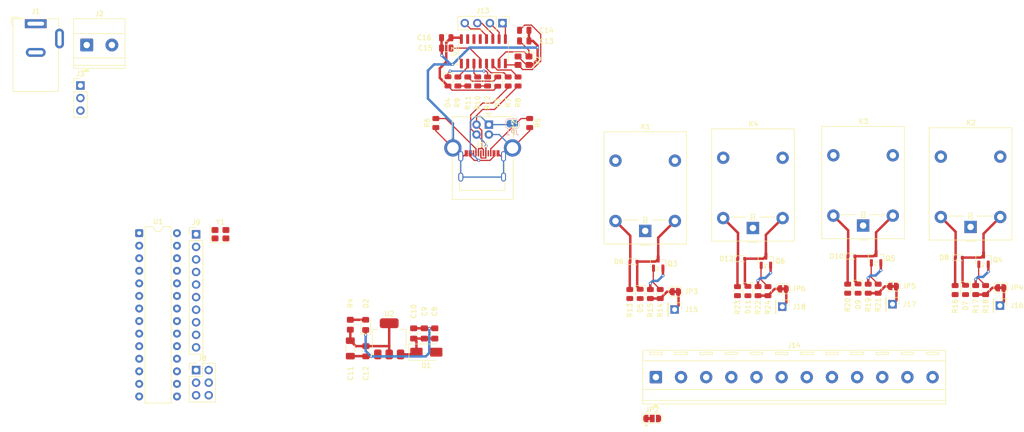
<source format=kicad_pcb>
(kicad_pcb (version 20241229) (generator "pcbnew") (generator_version "9.0")
  (layers (0 "F.Cu" signal) (2 "B.Cu" signal) (13 "F.Paste" user) (15 "B.Paste" user) (5 "F.SilkS" user "F.Silkscreen") (7 "B.SilkS" user "B.Silkscreen") (1 "F.Mask" user) (3 "B.Mask" user) (25 "Edge.Cuts" user))
  (net 0 "")
  (net 1 "Aref")
  (net 2 "13")
  (net 3 "9")
  (net 4 "10")
  (net 5 "8")
  (net 6 "GND")
  (net 7 "A4")
  (net 8 "12")
  (net 9 "A5")
  (net 10 "11")
  (net 11 "+5V")
  (net 12 "Reset")
  (net 13 "3")
  (net 14 "xtal2")
  (net 15 "A3")
  (net 16 "4")
  (net 17 "TX")
  (net 18 "2")
  (net 19 "7")
  (net 20 "xtal1")
  (net 21 "RX")
  (net 22 "A0")
  (net 23 "6")
  (net 24 "5")
  (net 25 "A1")
  (net 26 "A2")
  (net 27 "Net-(D2-A)")
  (net 28 "Net-(D1002-K)")
  (net 29 "Net-(D1001-K)")
  (net 30 "/Vcc")
  (net 31 "+12V")
  (net 32 "/Regulador de Tensao/5V")
  (net 33 "/Regulador de Tensao/Vin")
  (net 34 "Vusb")
  (net 35 "/CH340/DTR")
  (net 36 "Net-(U3-XI)")
  (net 37 "Net-(U3-XO)")
  (net 38 "Net-(U3-V3)")
  (net 39 "Net-(D3-K)")
  (net 40 "Net-(D4-K)")
  (net 41 "Net-(J12-D-)")
  (net 42 "Net-(J12-D+)")
  (net 43 "Net-(J12-VBUS)")
  (net 45 "Net-(J11-CC2)")
  (net 47 "Net-(J11-CC1)")
  (net 48 "Net-(J13-Pin_3)")
  (net 49 "Net-(J13-Pin_1)")
  (net 50 "Net-(J13-Pin_4)")
  (net 51 "Net-(J13-Pin_2)")
  (net 52 "Net-(U3-UD+)")
  (net 53 "Net-(U3-UD-)")
  (net 54 "Net-(U3-TXD)")
  (net 55 "Net-(U3-RXD)")
  (net 58 "RX1")
  (net 59 "/GND")
  (net 60 "/12V")
  (net 61 "/INPUT")
  (net 62 "Net-(JP1001-B)")
  (net 63 "Net-(Q1001-B)")
  (net 64 "Net-(D1001-A)")
  (net 65 "/COM")
  (net 66 "/NA")
  (net 67 "/NF")
  (net 68 "/Reles/Rele 1/12V")
  (net 69 "/Reles/Rele 3/NF")
  (net 70 "/Reles/Rele 2/NA")
  (net 71 "/Reles/Rele 4/NF")
  (net 72 "/Reles/Rele 2/NF")
  (net 73 "/Reles/Rele 4/NA")
  (net 74 "/Reles/Rele 3/NA")
  (net 75 "/Reles/Rele 2/COM")
  (net 76 "/Reles/Rele 1/NF")
  (net 77 "/Reles/Rele 1/NA")
  (net 78 "/Reles/Rele 1/COM")
  (net 79 "/Reles/Rele 3/COM")
  (net 80 "/Reles/Rele 4/COM")
  (net 81 "/Reles/5V")
  (net 82 "/Reles/12V")
  (footprint "Capacitor_SMD:C_0805_2012Metric" (layer "F.Cu") (at 151.4225 29.3225)
    (property "Reference" "C14")
    (property "Value" "22pF")
  )
  (footprint "Resistor_SMD:R_0805_2012Metric" (layer "F.Cu") (at 140.0225 39.6725 90)
    (property "Reference" "R11")
    (property "Value" "1k")
  )
  (footprint "Resistor_SMD:R_0805_2012Metric" (layer "F.Cu") (at 144.0225 39.6725 90)
    (property "Reference" "R12")
    (property "Value" "1k")
  )
  (footprint "Diode_SMD:D_SOD-523" (layer "F.Cu") (at 173.485 76.0775)
    (property "Reference" "D6")
    (property "Value" "1N4148WT")
  )
  (footprint "Connector_BarrelJack:BarrelJack_Wuerth_6941xx301002" (layer "F.Cu") (at 52.78 27.99)
    (property "Reference" "J1")
    (property "Value" "Barrel_Jack_Switch")
  )
  (footprint "Connector_PinHeader_2.54mm:PinHeader_2x03_P2.54mm_Vertical" (layer "F.Cu") (at 85.16 98.02)
    (property "Reference" "J8")
    (property "Value" "ICSP")
  )
  (footprint "Resistor_SMD:R_0805_2012Metric" (layer "F.Cu") (at 198.635 82.0625 90)
    (property "Reference" "R22")
    (property "Value" "10k")
  )
  (footprint "Relay_THT:Relay_SPDT_Omron-G5LE-1" (layer "F.Cu") (at 197.6 69.3 180)
    (property "Reference" "K4")
    (property "Value" "G5LE-1")
  )
  (footprint "LED_SMD:LED_0805_2012Metric" (layer "F.Cu") (at 196.585 82.0425 -90)
    (property "Reference" "D11")
    (property "Value" "LED")
  )
  (footprint "Resistor_SMD:R_0805_2012Metric" (layer "F.Cu") (at 178.885 82.64 90)
    (property "Reference" "R14")
    (property "Value" "10k")
  )
  (footprint "Jumper:SolderJumper-2_P1.3mm_Bridged_RoundedPad1.0x1.5mm" (layer "F.Cu") (at 225.935 81.1 180)
    (property "Reference" "JP5")
    (property "Value" "~")
  )
  (footprint "Connector_USB:USB_C_Receptacle_G-Switch_GT-USB-7010ASV" (layer "F.Cu") (at 142.9225 57.9225)
    (property "Reference" "J11")
    (property "Value" "USB_C_Receptacle_USB2.0")
  )
  (footprint "TerminalBlock_RND:TerminalBlock_RND_205-00297_1x12_P5.08mm_Horizontal" (layer "F.Cu") (at 178.0025 99.445)
    (property "Reference" "J14")
    (property "Value" "Screw_Terminal_01x12")
  )
  (footprint "Resistor_SMD:R_0805_2012Metric" (layer "F.Cu") (at 152.5225 48.0725 -90)
    (property "Reference" "R5")
    (property "Value" "5k1")
  )
  (footprint "Connector_USB:USB_B_OST_USB-B1HSxx_Horizontal" (layer "F.Cu") (at 144.285 48.395 -90)
    (property "Reference" "J12")
    (property "Value" "USB_B")
  )
  (footprint "Jumper:SolderJumper-2_P1.3mm_Bridged_RoundedPad1.0x1.5mm" (layer "F.Cu") (at 247.635 81.3775 180)
    (property "Reference" "JP4")
    (property "Value" "~")
  )
  (footprint "Diode_SMD:D_0805_2012Metric" (layer "F.Cu") (at 146.0725 39.6925 -90)
    (property "Reference" "D3")
    (property "Value" "LED_TX")
  )
  (footprint "Connector_PinHeader_2.54mm:PinHeader_1x04_P2.54mm_Vertical" (layer "F.Cu") (at 147.0325 27.8725 -90)
    (property "Reference" "J13")
    (property "Value" "Conn_01x04")
  )
  (footprint "Resistor_SMD:R_0805_2012Metric" (layer "F.Cu") (at 172.735 82.64 -90)
    (property "Reference" "R13")
    (property "Value" "1k")
  )
  (footprint "Diode_SMD:D_0805_2012Metric" (layer "F.Cu") (at 136.0225 39.6525 -90)
    (property "Reference" "D4")
    (property "Value" "LED_RX")
  )
  (footprint "Package_TO_SOT_SMD:SOT-23" (layer "F.Cu") (at 178.4725 76.4775 90)
    (property "Reference" "Q3")
    (property "Value" "SS8050")
  )
  (footprint "Resistor_SMD:R_0805_2012Metric" (layer "F.Cu") (at 150.1725 39.6725 90)
    (property "Reference" "R8")
    (property "Value" "51")
  )
  (footprint "Resistor_SMD:R_0805_2012Metric" (layer "F.Cu") (at 148.1725 39.6725 90)
    (property "Reference" "R7")
    (property "Value" "51")
  )
  (footprint "Crystal:Crystal_SMD_Abracon_ABM8G-4Pin_3.2x2.5mm" (layer "F.Cu") (at 90.08 70.55)
    (property "Reference" "Y1")
    (property "Value" "16MHz")
  )
  (footprint "Jumper:SolderJumper-2_P1.3mm_Bridged_RoundedPad1.0x1.5mm" (layer "F.Cu") (at 181.935 82.1775 180)
    (property "Reference" "JP3")
    (property "Value" "~")
  )
  (footprint "Relay_THT:Relay_SPDT_Omron-G5LE-1" (layer "F.Cu") (at 175.85 69.8775 180)
    (property "Reference" "K1")
    (property "Value" "G5LE-1")
  )
  (footprint "Diode_SMD:D_SOD-523" (layer "F.Cu") (at 195.235 75.5)
    (property "Reference" "D12")
    (property "Value" "1N4148WT")
  )
  (footprint "Resistor_SMD:R_0805_2012Metric" (layer "F.Cu") (at 176.885 82.64 90)
    (property "Reference" "R15")
    (property "Value" "10k")
  )
  (footprint "Package_DIP:DIP-28_W7.62mm" (layer "F.Cu") (at 73.67 70.33)
    (property "Reference" "U1")
    (property "Value" "ATmega328P-P")
  )
  (footprint "Resistor_SMD:R_0805_2012Metric" (layer "F.Cu") (at 194.485 82.0625 -90)
    (property "Reference" "R23")
    (property "Value" "1k")
  )
  (footprint "Package_TO_SOT_SMD:SOT-23" (layer "F.Cu") (at 244.1725 75.6775 90)
    (property "Reference" "Q4")
    (property "Value" "SS8050")
  )
  (footprint "LED_SMD:LED_0805_2012Metric" (layer "F.Cu") (at 174.835 82.62 -90)
    (property "Reference" "D5")
    (property "Value" "LED")
  )
  (footprint "Capacitor_SMD:C_1206_3216Metric_Pad1.33x1.80mm_HandSolder" (layer "F.Cu") (at 116.3 93.6375 -90)
    (property "Reference" "C11")
    (property "Value" "100u 6.3v" (hide yes))
  )
  (footprint "Resistor_SMD:R_0805_2012Metric" (layer "F.Cu") (at 133.5725 48.0725 -90)
    (property "Reference" "R6")
    (property "Value" "5k1")
  )
  (footprint "Connector_PinHeader_2.54mm:PinHeader_1x01_P2.54mm_Vertical" (layer "F.Cu") (at 247.485 84.9775 -90)
    (property "Reference" "J16")
    (property "Value" "Conn_01x01")
  )
  (footprint "Resistor_SMD:R_0805_2012Metric" (layer "F.Cu") (at 242.585 81.84 90)
    (property "Reference" "R17")
    (property "Value" "10k")
  )
  (footprint "Capacitor_SMD:C_0805_2012Metric_Pad1.18x1.45mm_HandSolder" (layer "F.Cu") (at 129.1 90.6125 90)
    (property "Reference" "C10")
    (property "Value" "10u 50v" (hide yes))
  )
  (footprint "Connector_PinHeader_2.54mm:PinHeader_1x01_P2.54mm_Vertical" (layer "F.Cu") (at 181.785 85.7775 -90)
    (property "Reference" "J15")
    (property "Value" "Conn_01x01")
  )
  (footprint "Crystal:Crystal_SMD_Abracon_ABM8G-4Pin_3.2x2.5mm" (layer "F.Cu") (at 151.2725 35.4725 180)
    (property "Reference" "Y2")
    (property "Value" "12Mhz")
  )
  (footprint "Connector_PinHeader_2.54mm:PinHeader_1x03_P2.54mm_Vertical" (layer "F.Cu") (at 61.8 40.48)
    (property "Reference" "J3")
    (property "Value" "Conn_01x03")
  )
  (footprint "Connector_PinHeader_2.54mm:PinHeader_1x01_P2.54mm_Vertical" (layer "F.Cu") (at 203.535 85.2 -90)
    (property "Reference" "J18")
    (property "Value" "Conn_01x01")
  )
  (footprint "Package_TO_SOT_SMD:SOT-23" (layer "F.Cu") (at 222.4725 75.4 90)
    (property "Reference" "Q5")
    (property "Value" "SS8050")
  )
  (footprint "Resistor_SMD:R_0805_2012Metric" (layer "F.Cu") (at 220.885 81.5625 90)
    (property "Reference" "R19")
    (property "Value" "10k")
  )
  (footprint "Capacitor_SMD:C_0805_2012Metric" (layer "F.Cu") (at 135.6725 30.8225 180)
    (property "Reference" "C16")
    (property "Value" "100nF")
  )
  (footprint "Capacitor_SMD:C_0805_2012Metric" (layer "F.Cu") (at 135.6725 32.9225 180)
    (property "Reference" "C15")
    (property "Value" "100nF")
  )
  (footprint "Resistor_SMD:R_0805_2012Metric_Pad1.20x1.40mm_HandSolder" (layer "F.Cu") (at 116.3 88.85 -90)
    (property "Reference" "R4")
    (property "Value" "1k" (hide yes))
  )
  (footprint "Resistor_SMD:R_0805_2012Metric" (layer "F.Cu") (at 238.435 81.84 -90)
    (property "Reference" "R16")
    (property "Value" "1k")
  )
  (footprint "Diode_SMD:D_SOD-523" (layer "F.Cu") (at 217.485 75)
    (property "Reference" "D10")
    (property "Value" "1N4148WT")
  )
  (footprint "Jumper:SolderJumper-3_P1.3mm_Bridged12_RoundedPad1.0x1.5mm" (layer "F.Cu") (at 177.2625 107.805)
    (property "Reference" "JP2")
    (property "Value" "SolderJumper_3_Bridged12")
  )
  (footprint "Package_SO:SOIC-16_3.9x9.9mm_P1.27mm" (layer "F.Cu") (at 143.1725 33.5725 90)
    (property "Reference" "U3")
    (property "Value" "CH340G")
  )
  (footprint "LED_SMD:LED_0805_2012Metric_Pad1.15x1.40mm_HandSolder" (layer "F.Cu") (at 119.4 88.875 90)
    (property "Reference" "D2")
    (property "Value" "LED" (hide yes))
  )
  (footprint "Capacitor_SMD:C_0805_2012Metric_Pad1.18x1.45mm_HandSolder" (layer "F.Cu") (at 131.25 90.6125 90)
    (property "Reference" "C9")
    (property "Value" "10u 50v" (hide yes))
  )
  (footprint "LED_SMD:LED_0805_2012Metric" (layer "F.Cu") (at 218.835 81.5425 -90)
    (property "Reference" "D9")
    (property "Value" "LED")
  )
  (footprint "Package_TO_SOT_SMD:SOT-23" (layer "F.Cu") (at 200.2225 75.9 90)
    (property "Reference" "Q6")
    (property "Value" "SS8050")
  )
  (footprint "Connector_PinHeader_2.54mm:PinHeader_1x01_P2.54mm_Vertical" (layer "F.Cu") (at 225.785 84.7 -90)
    (property "Reference" "J17")
    (property "Value" "Conn_01x01")
  )
  (footprint "Resistor_SMD:R_0805_2012Metric" (layer "F.Cu") (at 222.885 81.5625 90)
    (property "Reference" "R21")
    (property "Value" "10k")
  )
  (footprint "Capacitor_SMD:C_0805_2012Metric" (layer "F.Cu") (at 151.4225 31.4725)
    (property "Reference" "C13")
    (property "Value" "22pF")
  )
  (footprint "Relay_THT:Relay_SPDT_Omron-G5LE-1" (layer "F.Cu") (at 219.85 68.8 180)
    (property "Reference" "K3")
    (property "Value" "G5LE-1")
  )
  (footprint "Jumper:SolderJumper-2_P1.3mm_Bridged_RoundedPad1.0x1.5mm" (layer "F.Cu") (at 203.685 81.6 180)
    (property "Reference" "JP6")
    (property "Value" "~")
  )
  (footprint "Resistor_SMD:R_0805_2012Metric" (layer "F.Cu") (at 138.0225 39.6725 -90)
    (property "Reference" "R9")
    (property "Value" "1k")
  )
  (footprint "Diode_SMD:D_SMA" (layer "F.Cu") (at 131.65 94.4)
    (property "Reference" "D1")
    (property "Value" "1N4007" (hide yes))
  )
  (footprint "Resistor_SMD:R_0805_2012Metric" (layer "F.Cu") (at 142.0225 39.6725 -90)
    (property "Reference" "R10")
    (property "Value" "1k")
  )
  (footprint "Resistor_SMD:R_0805_2012Metric" (layer "F.Cu") (at 216.735 81.5625 -90)
    (property "Reference" "R20")
    (property "Value" "1k")
  )
  (footprint "Package_TO_SOT_SMD:SOT-223-3_TabPin2" (layer "F.Cu") (at 124.15 91.7 90)
    (property "Reference" "U2")
    (property "Value" "AMS1117-5.0" (hide yes))
  )
  (footprint "Capacitor_SMD:C_0805_2012Metric_Pad1.18x1.45mm_HandSolder" (layer "F.Cu") (at 119.45 94.2125 -90)
    (property "Reference" "C12")
    (property "Value" "100n" (hide yes))
  )
  (footprint "Connector_PinHeader_2.54mm:PinHeader_1x10_P2.54mm_Vertical" (layer "F.Cu") (at 85.16 70.57)
    (property "Reference" "J9")
    (property "Value" "Digital")
  )
  (footprint "Resistor_SMD:R_0805_2012Metric" (layer "F.Cu") (at 244.585 81.84 90)
    (property "Reference" "R18")
    (property "Value" "10k")
  )
  (footprint "Relay_THT:Relay_SPDT_Omron-G5LE-1" (layer "F.Cu") (at 241.55 69.0775 180)
    (property "Reference" "K2")
    (property "Value" "G5LE-1")
  )
  (footprint "Capacitor_SMD:C_0805_2012Metric_Pad1.18x1.45mm_HandSolder" (layer "F.Cu") (at 133.35 90.6125 90)
    (property "Reference" "C8")
    (property "Value" "100n" (hide yes))
  )
  (footprint "TerminalBlock_Phoenix:TerminalBlock_Phoenix_MKDS-1,5-2-5.08_1x02_P5.08mm_Horizontal" (layer "F.Cu") (at 63.07 32.3)
    (property "Reference" "J2")
    (property "Value" "Vcc")
  )
  (footprint "Diode_SMD:D_SOD-523" (layer "F.Cu") (at 239.185 75.2775)
    (property "Reference" "D8")
    (property "Value" "1N4148WT")
  )
  (footprint "Resistor_SMD:R_0805_2012Metric" (layer "F.Cu") (at 200.635 82.0625 90)
    (property "Reference" "R24")
    (property "Value" "10k")
  )
  (footprint "LED_SMD:LED_0805_2012Metric" (layer "F.Cu") (at 240.535 81.82 -90)
    (property "Reference" "D7")
    (property "Value" "LED")
  )
  (footprint "Jumper:SolderJumper-2_P1.3mm_Bridged2Bar_RoundedPad1.0x1.5mm" (layer "B.Cu") (at 149.0225 48.2225)
    (property "Reference" "JP1")
    (property "Value" "Vusb")
  )
  (segment (start 154.1225 32.8225) (end 154.1225 35.2725) (width 0.5) (layer "F.Cu") (net 6))
  (segment (start 150.1725 34.6225) (end 151.8725 36.3225) (width 0.25) (layer "F.Cu") (net 6))
  (segment (start 153.0725 36.3225) (end 152.3725 36.3225) (width 0.5) (layer "F.Cu") (net 6))
  (segment (start 120.5 95.25) (end 121.45 95.25) (width 0.5) (layer "F.Cu") (net 6))
  (segment (start 146.7225 54.7975) (end 146.1225 54.1975) (width 0.25) (layer "F.Cu") (net 6))
  (segment (start 149.055 53.105) (end 152.5225 49.6375) (width 0.25) (layer "F.Cu") (net 6))
  (segment (start 119.4 89.9) (end 119.4 90.95) (width 0.5) (layer "F.Cu") (net 6))
  (segment (start 132.25 89.6) (end 131.275 89.6) (width 0.5) (layer "F.Cu") (net 6))
  (segment (start 131.25 89.575) (end 133.35 89.575) (width 0.5) (layer "F.Cu") (net 6))
  (segment (start 134.7225 32.9225) (end 134.7225 30.8225) (width 0.5) (layer "F.Cu") (net 6))
  (segment (start 154.1225 32.8225) (end 154.1225 32.4225) (width 0.5) (layer "F.Cu") (net 6))
  (segment (start 154.1225 32.4225) (end 153.1725 31.4725) (width 0.5) (layer "F.Cu") (net 6))
  (segment (start 137.015 53.105) (end 133.5725 49.6625) (width 0.25) (layer "F.Cu") (net 6))
  (segment (start 131.275 89.6) (end 131.25 89.575) (width 0.5) (layer "F.Cu") (net 6))
  (segment (start 154.1225 35.2725) (end 153.0725 36.3225) (width 0.5) (layer "F.Cu") (net 6))
  (segment (start 152.3725 31.4725) (end 152.3725 29.3225) (width 0.5) (layer "F.Cu") (net 6))
  (segment (start 139.1225 54.7975) (end 139.7225 54.1975) (width 0.25) (layer "F.Cu") (net 6))
  (segment (start 151.8725 36.3225) (end 152.3725 36.3225) (width 0.25) (layer "F.Cu") (net 6))
  (segment (start 133.5725 49.6625) (end 133.5725 48.985) (width 0.25) (layer "F.Cu") (net 6))
  (segment (start 152.5225 49.6375) (end 152.5225 48.985) (width 0.25) (layer "F.Cu") (net 6))
  (segment (start 119.4 95.2) (end 119.45 95.25) (width 0.5) (layer "F.Cu") (net 6))
  (segment (start 121.45 95.25) (end 121.85 94.85) (width 0.5) (layer "F.Cu") (net 6))
  (segment (start 129.1 89.575) (end 131.25 89.575) (width 0.5) (layer "F.Cu") (net 6))
  (segment (start 138.6025 54.7975) (end 139.1225 54.7975) (width 0.25) (layer "F.Cu") (net 6))
  (segment (start 153.1725 31.4725) (end 152.3725 31.4725) (width 0.5) (layer "F.Cu") (net 6))
  (segment (start 119.45 95.25) (end 120.5 95.25) (width 0.5) (layer "F.Cu") (net 6))
  (segment (start 134.7725 32.9725) (end 134.7225 32.9225) (width 0.5) (layer "F.Cu") (net 6))
  (segment (start 134.7725 34.4225) (end 134.7725 32.9725) (width 0.5) (layer "F.Cu") (net 6))
  (segment (start 116.3 95.2) (end 119.4 95.2) (width 0.5) (layer "F.Cu") (net 6))
  (segment (start 147.2425 54.7975) (end 146.7225 54.7975) (width 0.25) (layer "F.Cu") (net 6))
  (via (at 120.5 95.25) (size 0.6) (drill 0.3) (layers "F.Cu" "B.Cu") (net 6))
  (via (at 134.7725 34.4225) (size 0.6) (drill 0.3) (layers "F.Cu" "B.Cu") (net 6))
  (via (at 136.9725 36.2225) (size 0.6) (drill 0.3) (layers "F.Cu" "B.Cu") (net 6))
  (via (at 132.25 89.6) (size 0.6) (drill 0.3) (layers "F.Cu" "B.Cu") (net 6))
  (via (at 154.1225 32.8225) (size 0.6) (drill 0.3) (layers "F.Cu" "B.Cu") (net 6))
  (via (at 119.4 90.95) (size 0.6) (drill 0.3) (layers "F.Cu" "B.Cu") (net 6))
  (segment (start 131.9725 43.1225) (end 131.9725 37.4725) (width 0.5) (layer "B.Cu") (net 6))
  (segment (start 136.9725 36.2225) (end 140.3725 32.8225) (width 0.5) (layer "B.Cu") (net 6))
  (segment (start 133.2225 36.2225) (end 136.9725 36.2225) (width 0.5) (layer "B.Cu") (net 6))
  (segment (start 131.9725 37.4725) (end 133.2225 36.2225) (width 0.5) (layer "B.Cu") (net 6))
  (segment (start 147.2425 58.9975) (end 138.6025 58.9975) (width 0.25) (layer "B.Cu") (net 6))
  (segment (start 146.345 50.395) (end 144.285 50.395) (width 0.25) (layer "B.Cu") (net 6))
  (segment (start 120.5 95.25) (end 131.55 95.25) (width 0.5) (layer "B.Cu") (net 6))
  (segment (start 119.4 94.15) (end 120.5 95.25) (width 0.5) (layer "B.Cu") (net 6))
  (segment (start 132.2 94.6) (end 132.25 94.55) (width 0.5) (layer "B.Cu") (net 6))
  (segment (start 138.6025 54.7975) (end 138.6025 54.6925) (width 0.25) (layer "B.Cu") (net 6))
  (segment (start 132.25 94.55) (end 132.25 89.6) (width 0.5) (layer "B.Cu") (net 6))
  (segment (start 131.55 95.25) (end 132.2 94.6) (width 0.5) (layer "B.Cu") (net 6))
  (segment (start 138.6025 54.6925) (end 137.015 53.105) (width 0.25) (layer "B.Cu") (net 6))
  (segment (start 140.3725 32.8225) (end 154.1225 32.8225) (width 0.5) (layer "B.Cu") (net 6))
  (segment (start 138.6025 58.9975) (end 138.6025 54.7975) (width 0.25) (layer "B.Cu") (net 6))
  (segment (start 149.055 53.105) (end 146.345 50.395) (width 0.25) (layer "B.Cu") (net 6))
  (segment (start 137.015 48.165) (end 131.9725 43.1225) (width 0.5) (layer "B.Cu") (net 6))
  (segment (start 137.015 53.105) (end 137.015 48.165) (width 0.5) (layer "B.Cu") (net 6))
  (segment (start 136.9725 36.2225) (end 136.5725 36.2225) (width 0.5) (layer "B.Cu") (net 6))
  (segment (start 136.5725 36.2225) (end 134.7725 34.4225) (width 0.5) (layer "B.Cu") (net 6))
  (segment (start 119.4 90.95) (end 119.4 94.15) (width 0.5) (layer "B.Cu") (net 6))
  (segment (start 147.2425 54.7975) (end 147.2425 58.9975) (width 0.25) (layer "B.Cu") (net 6))
  (segment (start 142.0225 40.585) (end 144.0225 40.585) (width 0.25) (layer "F.Cu") (net 17))
  (segment (start 116.3 87.85) (end 119.4 87.85) (width 0.5) (layer "F.Cu") (net 27))
  (segment (start 144.0225 37.875309) (end 144.0225 38.76) (width 0.25) (layer "F.Cu") (net 28))
  (segment (start 143.719691 37.5725) (end 144.0225 37.875309) (width 0.25) (layer "F.Cu") (net 28))
  (segment (start 136.0225 38.0225) (end 136.4725 37.5725) (width 0.25) (layer "F.Cu") (net 28))
  (segment (start 143.2725 37.5725) (end 143.719691 37.5725) (width 0.25) (layer "F.Cu") (net 28))
  (segment (start 136.0225 38.715) (end 136.0225 38.0225) (width 0.25) (layer "F.Cu") (net 28))
  (via (at 143.2725 37.5725) (size 0.6) (drill 0.3) (layers "F.Cu" "B.Cu") (net 28))
  (via (at 136.4725 37.5725) (size 0.6) (drill 0.3) (layers "F.Cu" "B.Cu") (net 28))
  (segment (start 136.4725 37.5725) (end 143.2725 37.5725) (width 0.25) (layer "B.Cu") (net 28))
  (segment (start 174.235 76.0775) (end 177.935 76.0775) (width 0.5) (layer "F.Cu") (net 29))
  (segment (start 244.1725 70.455) (end 247.55 67.0775) (width 0.5) (layer "F.Cu") (net 29))
  (segment (start 222.4725 74.4625) (end 222.4725 70.1775) (width 0.5) (layer "F.Cu") (net 29))
  (segment (start 200.2225 74.9625) (end 200.2225 70.6775) (width 0.5) (layer "F.Cu") (net 29))
  (segment (start 218.235 80.005) (end 218.235 75) (width 0.5) (layer "F.Cu") (net 29))
  (segment (start 221.935 75) (end 222.4725 74.4625) (width 0.5) (layer "F.Cu") (net 29))
  (segment (start 222.4725 70.1775) (end 225.85 66.8) (width 0.5) (layer "F.Cu") (net 29))
  (segment (start 195.985 80.505) (end 195.985 75.5) (width 0.5) (layer "F.Cu") (net 29))
  (segment (start 239.935 75.2775) (end 243.635 75.2775) (width 0.5) (layer "F.Cu") (net 29))
  (segment (start 174.835 81.6825) (end 174.235 81.0825) (width 0.5) (layer "F.Cu") (net 29))
  (segment (start 200.2225 70.6775) (end 203.6 67.3) (width 0.5) (layer "F.Cu") (net 29))
  (segment (start 195.985 75.5) (end 199.685 75.5) (width 0.5) (layer "F.Cu") (net 29))
  (segment (start 145.229 39.5985) (end 140.861 39.5985) (width 0.25) (layer "F.Cu") (net 29))
  (segment (start 146.0725 38.755) (end 145.229 39.5985) (width 0.25) (layer "F.Cu") (net 29))
  (segment (start 218.835 80.605) (end 218.235 80.005) (width 0.5) (layer "F.Cu") (net 29))
  (segment (start 239.935 80.2825) (end 239.935 75.2775) (width 0.5) (layer "F.Cu") (net 29))
  (segment (start 199.685 75.5) (end 200.2225 74.9625) (width 0.5) (layer "F.Cu") (net 29))
  (segment (start 177.935 76.0775) (end 178.4725 75.54) (width 0.5) (layer "F.Cu") (net 29))
  (segment (start 243.635 75.2775) (end 244.1725 74.74) (width 0.5) (layer "F.Cu") (net 29))
  (segment (start 196.585 81.105) (end 195.985 80.505) (width 0.5) (layer "F.Cu") (net 29))
  (segment (start 218.235 75) (end 221.935 75) (width 0.5) (layer "F.Cu") (net 29))
  (segment (start 174.235 81.0825) (end 174.235 76.0775) (width 0.5) (layer "F.Cu") (net 29))
  (segment (start 244.1725 74.74) (end 244.1725 70.455) (width 0.5) (layer "F.Cu") (net 29))
  (segment (start 178.4725 75.54) (end 178.4725 71.255) (width 0.5) (layer "F.Cu") (net 29))
  (segment (start 140.861 39.5985) (end 140.0225 38.76) (width 0.25) (layer "F.Cu") (net 29))
  (segment (start 240.535 80.8825) (end 239.935 80.2825) (width 0.5) (layer "F.Cu") (net 29))
  (segment (start 178.4725 71.255) (end 181.85 67.8775) (width 0.5) (layer "F.Cu") (net 29))
  (segment (start 136.6225 30.8225) (end 138.4525 30.8225) (width 0.5) (layer "F.Cu") (net 30))
  (segment (start 134.3725 37.0225) (end 134.3725 38.94) (width 0.5) (layer "F.Cu") (net 30))
  (segment (start 138.4525 30.8225) (end 138.7275 31.0975) (width 0.5) (layer "F.Cu") (net 30))
  (segment (start 136.6225 30.8225) (end 135.6725 31.7725) (width 0.5) (layer "F.Cu") (net 30))
  (segment (start 145.279 41.4235) (end 146.0725 40.63) (width 0.25) (layer "F.Cu") (net 30))
  (segment (start 135.6725 31.7725) (end 135.6725 35.7225) (width 0.5) (layer "F.Cu") (net 30))
  (segment (start 136.856 41.4235) (end 145.279 41.4235) (width 0.25) (layer "F.Cu") (net 30))
  (segment (start 136.0225 40.59) (end 136.856 41.4235) (width 0.25) (layer "F.Cu") (net 30))
  (segment (start 135.6725 35.7225) (end 134.3725 37.0225) (width 0.5) (layer "F.Cu") (net 30))
  (segment (start 134.3725 38.94) (end 136.0225 40.59) (width 0.5) (layer "F.Cu") (net 30))
  (segment (start 129.65 92.2) (end 129.1 91.65) (width 0.5) (layer "F.Cu") (net 31))
  (segment (start 129.2 94.85) (end 129.65 94.4) (width 0.5) (layer "F.Cu") (net 31))
  (segment (start 131.25 91.65) (end 133.35 91.65) (width 0.5) (layer "F.Cu") (net 31))
  (segment (start 126.45 94.85) (end 129.2 94.85) (width 0.5) (layer "F.Cu") (net 31))
  (segment (start 129.1 91.65) (end 131.25 91.65) (width 0.5) (layer "F.Cu") (net 31))
  (segment (start 129.65 94.4) (end 129.65 92.2) (width 0.5) (layer "F.Cu") (net 31))
  (segment (start 124.15 93.2) (end 124.15 88.55) (width 0.5) (layer "F.Cu") (net 32))
  (segment (start 124.125 93.175) (end 124.15 93.2) (width 0.5) (layer "F.Cu") (net 32))
  (segment (start 119.45 93.175) (end 124.125 93.175) (width 0.5) (layer "F.Cu") (net 32))
  (segment (start 119.45 93.175) (end 117.4 93.175) (width 0.5) (layer "F.Cu") (net 32))
  (segment (start 124.15 94.85) (end 124.15 93.2) (width 0.5) (layer "F.Cu") (net 32))
  (segment (start 117.4 93.175) (end 116.3 92.075) (width 0.5) (layer "F.Cu") (net 32))
  (segment (start 116.3 92.075) (end 116.3 89.85) (width 0.5) (layer "F.Cu") (net 32))
  (segment (start 151.4465 33.6965) (end 147.723501 33.6965) (width 0.25) (layer "F.Cu") (net 36))
  (segment (start 152.3725 33.3725) (end 150.4725 31.4725) (width 0.25) (layer "F.Cu") (net 36))
  (segment (start 146.3475 35.072501) (end 146.3475 36.0475) (width 0.25) (layer "F.Cu") (net 36))
  (segment (start 152.3725 34.6225) (end 152.3725 33.3725) (width 0.25) (layer "F.Cu") (net 36))
  (segment (start 152.3725 34.6225) (end 151.4465 33.6965) (width 0.25) (layer "F.Cu") (net 36))
  (segment (start 147.723501 33.6965) (end 146.3475 35.072501) (width 0.25) (layer "F.Cu") (net 36))
  (segment (start 154.7485 30.151986) (end 154.7485 35.568014) (width 0.25) (layer "F.Cu") (net 37))
  (segment (start 151.5235 28.2715) (end 152.868014 28.2715) (width 0.25) (layer "F.Cu") (net 37))
  (segment (start 151.0985 37.2485) (end 150.1725 36.3225) (width 0.25) (layer "F.Cu") (net 37))
  (segment (start 150.4725 29.3225) (end 151.5235 28.2715) (width 0.25) (layer "F.Cu") (net 37))
  (segment (start 147.8925 36.3225) (end 147.6175 36.0475) (width 0.25) (layer "F.Cu") (net 37))
  (segment (start 153.068014 37.2485) (end 151.0985 37.2485) (width 0.25) (layer "F.Cu") (net 37))
  (segment (start 150.1725 36.3225) (end 147.8925 36.3225) (width 0.25) (layer "F.Cu") (net 37))
  (segment (start 152.868014 28.2715) (end 154.7485 30.151986) (width 0.25) (layer "F.Cu") (net 37))
  (segment (start 154.7485 35.568014) (end 153.068014 37.2485) (width 0.25) (layer "F.Cu") (net 37))
  (segment (start 142.5375 36.0475) (end 142.5375 35.072501) (width 0.25) (layer "F.Cu") (net 38))
  (segment (start 142.5375 35.072501) (end 140.387499 32.9225) (width 0.25) (layer "F.Cu") (net 38))
  (segment (start 140.387499 32.9225) (end 136.6225 32.9225) (width 0.25) (layer "F.Cu") (net 38))
  (segment (start 141.785 48.395) (end 141.785 46.56) (width 0.25) (layer "F.Cu") (net 41))
  (segment (start 145.435 45.3225) (end 150.1725 40.585) (width 0.25) (layer "F.Cu") (net 41))
  (segment (start 142.8485 53.0755) (end 142.8485 49.571) (width 0.25) (layer "F.Cu") (net 41))
  (segment (start 143.1725 53.4485) (end 143.1725 54.1975) (width 0.25) (layer "F.Cu") (net 41))
  (segment (start 142.1965 53.2515) (end 142.6725 53.2515) (width 0.25) (layer "F.Cu") (net 41))
  (segment (start 142.6725 53.2515) (end 142.8485 53.0755) (width 0.25) (layer "F.Cu") (net 41))
  (segment (start 141.785 46.56) (end 143.0225 45.3225) (width 0.25) (layer "F.Cu") (net 41))
  (segment (start 142.6725 53.2515) (end 142.9755 53.2515) (width 0.25) (layer "F.Cu") (net 41))
  (segment (start 143.0225 45.3225) (end 145.435 45.3225) (width 0.25) (layer "F.Cu") (net 41))
  (segment (start 150.01 40.585) (end 150.1725 40.585) (width 0.25) (layer "F.Cu") (net 41))
  (segment (start 142.8485 49.571) (end 141.6725 48.395) (width 0.25) (layer "F.Cu") (net 41))
  (segment (start 142.1725 54.1975) (end 142.1725 53.2755) (width 0.25) (layer "F.Cu") (net 41))
  (segment (start 142.9755 53.2515) (end 143.1725 53.4485) (width 0.25) (layer "F.Cu") (net 41))
  (segment (start 142.1725 53.2755) (end 142.1965 53.2515) (width 0.25) (layer "F.Cu") (net 41))
  (segment (start 148.1725 41.0725) (end 148.1725 40.585) (width 0.25) (layer "F.Cu") (net 42))
  (segment (start 140.609 49.219) (end 140.609 46.436) (width 0.25) (layer "F.Cu") (net 42))
  (segment (start 148.1725 40.9225) (end 148.1725 40.585) (width 0.25) (layer "F.Cu") (net 42))
  (segment (start 141.785 50.395) (end 140.609 49.219) (width 0.25) (layer "F.Cu") (net 42))
  (segment (start 143.0225 44.0225) (end 145.0725 44.0225) (width 0.25) (layer "F.Cu") (net 42))
  (segment (start 145.0725 44.0225) (end 148.1725 40.9225) (width 0.25) (layer "F.Cu") (net 42))
  (segment (start 143.6725 55.1225) (end 143.6515 55.1435) (width 0.25) (layer "F.Cu") (net 42))
  (segment (start 143.6515 55.1435) (end 142.7225 55.1435) (width 0.25) (layer "F.Cu") (net 42))
  (segment (start 142.6725 55.0935) (end 142.6725 54.1975) (width 0.25) (layer "F.Cu") (net 42))
  (segment (start 142.7225 55.1435) (end 142.6725 55.0935) (width 0.25) (layer "F.Cu") (net 42))
  (segment (start 143.7225 52.7225) (end 143.6725 52.7725) (width 0.25) (layer "F.Cu") (net 42))
  (segment (start 143.6725 52.7725) (end 143.6725 54.1975) (width 0.25) (layer "F.Cu") (net 42))
  (segment (start 143.6725 54.1975) (end 143.6725 55.1225) (width 0.25) (layer "F.Cu") (net 42))
  (segment (start 140.609 46.436) (end 143.0225 44.0225) (width 0.25) (layer "F.Cu") (net 42))
  (via (at 143.7225 52.7225) (size 0.6) (drill 0.3) (layers "F.Cu" "B.Cu") (net 42))
  (segment (start 141.785 50.395) (end 143.7225 52.3325) (width 0.25) (layer "B.Cu") (net 42))
  (segment (start 143.7225 52.3325) (end 143.7225 52.7225) (width 0.25) (layer "B.Cu") (net 42))
  (segment (start 140.5225 54.1975) (end 140.5225 54.816136) (width 0.25) (layer "F.Cu") (net 43))
  (segment (start 142.3725 55.6225) (end 142.2725 55.6225) (width 0.25) (layer "F.Cu") (net 43))
  (segment (start 140.5225 54.816136) (end 141.328864 55.6225) (width 0.25) (layer "F.Cu") (net 43))
  (segment (start 145.3225 54.816136) (end 145.3225 54.1975) (width 0.25) (layer "F.Cu") (net 43))
  (segment (start 144.516136 55.6225) (end 145.3225 54.816136) (width 0.25) (layer "F.Cu") (net 43))
  (segment (start 141.328864 55.6225) (end 142.3725 55.6225) (width 0.25) (layer "F.Cu") (net 43))
  (segment (start 142.3725 55.6225) (end 144.516136 55.6225) (width 0.25) (layer "F.Cu") (net 43))
  (via (at 142.2225 55.6225) (size 0.6) (drill 0.3) (layers "F.Cu" "B.Cu") (net 43))
  (segment (start 142.2225 55.6225) (end 140.5225 53.9225) (width 0.25) (layer "B.Cu") (net 43))
  (segment (start 142.6625 46.7725) (end 144.285 48.395) (width 0.25) (layer "B.Cu") (net 43))
  (segment (start 140.5225 47.7725) (end 141.5225 46.7725) (width 0.25) (layer "B.Cu") (net 43))
  (segment (start 144.285 48.395) (end 148.2 48.395) (width 0.25) (layer "B.Cu") (net 43))
  (segment (start 141.5225 46.7725) (end 142.6625 46.7725) (width 0.25) (layer "B.Cu") (net 43))
  (segment (start 148.2 48.395) (end 148.3725 48.2225) (width 0.25) (layer "B.Cu") (net 43))
  (segment (start 140.5225 53.9225) (end 140.5225 47.7725) (width 0.25) (layer "B.Cu") (net 43))
  (segment (start 148.3725 48.2225) (end 148.511466 48.2225) (width 0.25) (layer "B.Cu") (net 43))
  (segment (start 150.788 47.16) (end 144.6725 53.2755) (width 0.25) (layer "F.Cu") (net 45))
  (segment (start 144.6725 53.2755) (end 144.6725 54.1975) (width 0.25) (layer "F.Cu") (net 45))
  (segment (start 152.5225 47.16) (end 150.788 47.16) (width 0.25) (layer "F.Cu") (net 45))
  (segment (start 133.5725 47.16) (end 135.557 47.16) (width 0.25) (layer "F.Cu") (net 47))
  (segment (start 135.557 47.16) (end 141.6725 53.2755) (width 0.25) (layer "F.Cu") (net 47))
  (segment (start 141.6725 53.2755) (end 141.6725 54.1975) (width 0.25) (layer "F.Cu") (net 47))
  (segment (start 145.0775 30.122501) (end 142.827499 27.8725) (width 0.25) (layer "F.Cu") (net 48))
  (segment (start 142.827499 27.8725) (end 141.9525 27.8725) (width 0.25) (layer "F.Cu") (net 48))
  (segment (start 145.0775 31.0975) (end 145.0775 30.122501) (width 0.25) (layer "F.Cu") (net 48))
  (segment (start 147.6175 31.0975) (end 147.6175 28.4575) (width 0.25) (layer "F.Cu") (net 49))
  (segment (start 147.6175 28.4575) (end 147.0325 27.8725) (width 0.25) (layer "F.Cu") (net 49))
  (segment (start 142.439616 29.0485) (end 140.5885 29.0485) (width 0.25) (layer "F.Cu") (net 50))
  (segment (start 143.8075 30.416384) (end 142.439616 29.0485) (width 0.25) (layer "F.Cu") (net 50))
  (segment (start 140.5885 29.0485) (end 139.4125 27.8725) (width 0.25) (layer "F.Cu") (net 50))
  (segment (start 143.8075 31.0975) (end 143.8075 30.416384) (width 0.25) (layer "F.Cu") (net 50))
  (segment (start 146.3475 31.0975) (end 146.3475 29.7275) (width 0.25) (layer "F.Cu") (net 51))
  (segment (start 146.3475 29.7275) (end 144.4925 27.8725) (width 0.25) (layer "F.Cu") (net 51))
  (segment (start 148.1725 38.76) (end 147.334 37.9215) (width 0.25) (layer "F.Cu") (net 52))
  (segment (start 144.706501 37.9215) (end 143.8075 37.022499) (width 0.25) (layer "F.Cu") (net 52))
  (segment (start 147.334 37.9215) (end 144.706501 37.9215) (width 0.25) (layer "F.Cu") (net 52))
  (segment (start 143.8075 37.022499) (end 143.8075 36.0475) (width 0.25) (layer "F.Cu") (net 52))
  (segment (start 145.996178 37.3485) (end 145.0775 36.429822) (width 0.25) (layer "F.Cu") (net 53))
  (segment (start 145.0775 36.429822) (end 145.0775 36.0475) (width 0.25) (layer "F.Cu") (net 53))
  (segment (start 148.761 37.3485) (end 145.996178 37.3485) (width 0.25) (layer "F.Cu") (net 53))
  (segment (start 150.1725 38.76) (end 148.761 37.3485) (width 0.25) (layer "F.Cu") (net 53))
  (segment (start 139.9975 36.785) (end 139.9975 36.0475) (width 0.25) (layer "F.Cu") (net 54))
  (segment (start 138.0225 38.76) (end 139.9975 36.785) (width 0.25) (layer "F.Cu") (net 54))
  (segment (start 141.2675 38.005) (end 141.2675 36.0475) (width 0.25) (layer "F.Cu") (net 55))
  (segment (start 142.0225 38.76) (end 141.2675 38.005) (width 0.25) (layer "F.Cu") (net 55))
  (segment (start 138.0225 40.585) (end 140.0225 40.585) (width 0.25) (layer "F.Cu") (net 58))
  (segment (start 245.135 76.6275) (end 245.1225 76.615) (width 0.5) (layer "F.Cu") (net 59))
  (segment (start 176.87866 80.479085) (end 176.87866 81.72116) (width 0.5) (layer "F.Cu") (net 59))
  (segment (start 223.435 76.35) (end 223.4225 76.3375) (width 0.5) (layer "F.Cu") (net 59))
  (segment (start 220.87866 79.401585) (end 220.87866 80.64366) (width 0.5) (layer "F.Cu") (net 59))
  (segment (start 245.135 78.1275) (end 245.135 76.6275) (width 0.5) (layer "F.Cu") (net 59))
  (segment (start 201.185 76.85) (end 201.1725 76.8375) (width 0.5) (layer "F.Cu") (net 59))
  (segment (start 220.87866 80.64366) (end 220.885 80.65) (width 0.5) (layer "F.Cu") (net 59))
  (segment (start 201.185 78.35) (end 201.185 76.85) (width 0.5) (layer "F.Cu") (net 59))
  (segment (start 198.62866 79.901585) (end 198.62866 81.14366) (width 0.5) (layer "F.Cu") (net 59))
  (segment (start 242.57866 80.92116) (end 242.585 80.9275) (width 0.5) (layer "F.Cu") (net 59))
  (segment (start 179.435 77.4275) (end 179.4225 77.415) (width 0.5) (layer "F.Cu") (net 59))
  (segment (start 223.435 77.85) (end 223.435 76.35) (width 0.5) (layer "F.Cu") (net 59))
  (segment (start 198.62866 81.14366) (end 198.635 81.15) (width 0.5) (layer "F.Cu") (net 59))
  (segment (start 176.87866 81.72116) (end 176.885 81.7275) (width 0.5) (layer "F.Cu") (net 59))
  (segment (start 179.435 78.9275) (end 179.435 77.4275) (width 0.5) (layer "F.Cu") (net 59))
  (segment (start 242.57866 79.679085) (end 242.57866 80.92116) (width 0.5) (layer "F.Cu") (net 59))
  (via (at 220.87866 79.401585) (size 0.6) (drill 0.3) (layers "F.Cu" "B.Cu") (net 59))
  (via (at 198.62866 79.901585) (size 0.6) (drill 0.3) (layers "F.Cu" "B.Cu") (net 59))
  (via (at 176.87866 80.479085) (size 0.6) (drill 0.3) (layers "F.Cu" "B.Cu") (net 59))
  (via (at 179.435 78.9275) (size 0.6) (drill 0.3) (layers "F.Cu" "B.Cu") (net 59))
  (via (at 245.135 78.1275) (size 0.6) (drill 0.3) (layers "F.Cu" "B.Cu") (net 59))
  (via (at 201.185 78.35) (size 0.6) (drill 0.3) (layers "F.Cu" "B.Cu") (net 59))
  (via (at 223.435 77.85) (size 0.6) (drill 0.3) (layers "F.Cu" "B.Cu") (net 59))
  (via (at 242.57866 79.679085) (size 0.6) (drill 0.3) (layers "F.Cu" "B.Cu") (net 59))
  (segment (start 222.375 78.91) (end 221.370245 78.91) (width 0.5) (layer "B.Cu") (net 59))
  (segment (start 201.185 78.35) (end 200.125 79.41) (width 0.5) (layer "B.Cu") (net 59))
  (segment (start 179.435 78.9275) (end 178.375 79.9875) (width 0.5) (layer "B.Cu") (net 59))
  (segment (start 200.125 79.41) (end 199.120245 79.41) (width 0.5) (layer "B.Cu") (net 59))
  (segment (start 245.135 78.1275) (end 244.075 79.1875) (width 0.5) (layer "B.Cu") (net 59))
  (segment (start 223.435 77.85) (end 222.375 78.91) (width 0.5) (layer "B.Cu") (net 59))
  (segment (start 243.070245 79.1875) (end 242.57866 79.679085) (width 0.5) (layer "B.Cu") (net 59))
  (segment (start 177.370245 79.9875) (end 176.87866 80.479085) (width 0.5) (layer "B.Cu") (net 59))
  (segment (start 199.120245 79.41) (end 198.62866 79.901585) (width 0.5) (layer "B.Cu") (net 59))
  (segment (start 221.370245 78.91) (end 220.87866 79.401585) (width 0.5) (layer "B.Cu") (net 59))
  (segment (start 244.075 79.1875) (end 243.070245 79.1875) (width 0.5) (layer "B.Cu") (net 59))
  (segment (start 178.375 79.9875) (end 177.370245 79.9875) (width 0.5) (layer "B.Cu") (net 59))
  (segment (start 216.735 75.1) (end 216.835 75) (width 0.5) (layer "F.Cu") (net 60))
  (segment (start 238.535 75.2775) (end 238.535 70.0625) (width 0.5) (layer "F.Cu") (net 60))
  (segment (start 172.735 81.7275) (end 172.735 76.1775) (width 0.5) (layer "F.Cu") (net 60))
  (segment (start 238.435 75.3775) (end 238.535 75.2775) (width 0.5) (layer "F.Cu") (net 60))
  (segment (start 194.485 81.15) (end 194.485 75.6) (width 0.5) (layer "F.Cu") (net 60))
  (segment (start 238.435 80.9275) (end 238.435 75.3775) (width 0.5) (layer "F.Cu") (net 60))
  (segment (start 194.585 75.5) (end 194.585 70.285) (width 0.5) (layer "F.Cu") (net 60))
  (segment (start 172.835 76.0775) (end 172.835 70.8625) (width 0.5) (layer "F.Cu") (net 60))
  (segment (start 172.835 70.8625) (end 169.85 67.8775) (width 0.5) (layer "F.Cu") (net 60))
  (segment (start 216.835 69.785) (end 213.85 66.8) (width 0.5) (layer "F.Cu") (net 60))
  (segment (start 216.735 80.65) (end 216.735 75.1) (width 0.5) (layer "F.Cu") (net 60))
  (segment (start 238.535 70.0625) (end 235.55 67.0775) (width 0.5) (layer "F.Cu") (net 60))
  (segment (start 216.835 75) (end 216.835 69.785) (width 0.5) (layer "F.Cu") (net 60))
  (segment (start 194.485 75.6) (end 194.585 75.5) (width 0.5) (layer "F.Cu") (net 60))
  (segment (start 172.735 76.1775) (end 172.835 76.0775) (width 0.5) (layer "F.Cu") (net 60))
  (segment (start 194.585 70.285) (end 191.6 67.3) (width 0.5) (layer "F.Cu") (net 60))
  (segment (start 182.585 82.1775) (end 182.241 82.1775) (width 0.5) (layer "F.Cu") (net 61))
  (segment (start 226.585 81.1) (end 226.241 81.1) (width 0.5) (layer "F.Cu") (net 61))
  (segment (start 248.285 81.3775) (end 247.941 81.3775) (width 0.5) (layer "F.Cu") (net 61))
  (segment (start 248.285 84.1775) (end 247.485 84.9775) (width 0.5) (layer "F.Cu") (net 61))
  (segment (start 203.535 85.2) (end 202.885 84.55) (width 0.5) (layer "F.Cu") (net 61))
  (segment (start 226.585 81.1) (end 226.585 83.9) (width 0.5) (layer "F.Cu") (net 61))
  (segment (start 225.785 84.7) (end 225.135 84.05) (width 0.5) (layer "F.Cu") (net 61))
  (segment (start 247.485 84.9775) (end 246.835 84.3275) (width 0.5) (layer "F.Cu") (net 61))
  (segment (start 204.335 84.4) (end 203.535 85.2) (width 0.5) (layer "F.Cu") (net 61))
  (segment (start 182.585 84.9775) (end 181.785 85.7775) (width 0.5) (layer "F.Cu") (net 61))
  (segment (start 181.785 85.7775) (end 181.135 85.1275) (width 0.5) (layer "F.Cu") (net 61))
  (segment (start 182.585 82.1775) (end 182.585 84.9775) (width 0.5) (layer "F.Cu") (net 61))
  (segment (start 248.285 81.3775) (end 248.285 84.1775) (width 0.5) (layer "F.Cu") (net 61))
  (segment (start 204.335 81.6) (end 204.335 84.4) (width 0.5) (layer "F.Cu") (net 61))
  (segment (start 204.335 81.6) (end 203.991 81.6) (width 0.5) (layer "F.Cu") (net 61))
  (segment (start 226.585 83.9) (end 225.785 84.7) (width 0.5) (layer "F.Cu") (net 61))
  (segment (start 246.985 81.3775) (end 245.96 81.3775) (width 0.5) (layer "F.Cu") (net 62))
  (segment (start 246.835 81.5275) (end 246.985 81.3775) (width 0.5) (layer "F.Cu") (net 62))
  (segment (start 224.26 81.1) (end 222.885 82.475) (width 0.5) (layer "F.Cu") (net 62))
  (segment (start 242.585 82.7775) (end 242.585 82.7525) (width 0.25) (layer "F.Cu") (net 62))
  (segment (start 220.885 82.5) (end 220.885 82.475) (width 0.25) (layer "F.Cu") (net 62))
  (segment (start 222.885 82.475) (end 220.885 82.475) (width 0.5) (layer "F.Cu") (net 62))
  (segment (start 180.26 82.1775) (end 178.885 83.5525) (width 0.5) (layer "F.Cu") (net 62))
  (segment (start 202.01 81.6) (end 200.635 82.975) (width 0.5) (layer "F.Cu") (net 62))
  (segment (start 198.635 83) (end 198.635 82.975) (width 0.25) (layer "F.Cu") (net 62))
  (segment (start 244.585 82.7525) (end 242.585 82.7525) (width 0.5) (layer "F.Cu") (net 62))
  (segment (start 225.285 81.1) (end 224.26 81.1) (width 0.5) (layer "F.Cu") (net 62))
  (segment (start 200.635 82.975) (end 198.635 82.975) (width 0.5) (layer "F.Cu") (net 62))
  (segment (start 181.135 82.3275) (end 181.285 82.1775) (width 0.5) (layer "F.Cu") (net 62))
  (segment (start 178.885 83.5525) (end 176.885 83.5525) (width 0.5) (layer "F.Cu") (net 62))
  (segment (start 203.035 81.6) (end 202.01 81.6) (width 0.5) (layer "F.Cu") (net 62))
  (segment (start 225.135 81.25) (end 225.285 81.1) (width 0.5) (layer "F.Cu") (net 62))
  (segment (start 181.285 82.1775) (end 180.26 82.1775) (width 0.5) (layer "F.Cu") (net 62))
  (segment (start 202.885 81.75) (end 203.035 81.6) (width 0.5) (layer "F.Cu") (net 62))
  (segment (start 245.96 81.3775) (end 244.585 82.7525) (width 0.5) (layer "F.Cu") (net 62))
  (segment (start 176.885 83.5775) (end 176.885 83.5525) (width 0.25) (layer "F.Cu") (net 62))
  (segment (start 221.485 76.375) (end 221.5225 76.3375) (width 0.25) (layer "F.Cu") (net 63))
  (segment (start 178.885 81.7275) (end 177.485 80.3275) (width 0.25) (layer "F.Cu") (net 63))
  (segment (start 244.685 80.9275) (end 244.685 80.6275) (width 0.25) (layer "F.Cu") (net 63))
  (segment (start 177.485 80.3275) (end 177.485 77.4525) (width 0.25) (layer "F.Cu") (net 63))
  (segment (start 200.635 81.15) (end 199.235 79.75) (width 0.25) (layer "F.Cu") (net 63))
  (segment (start 177.485 77.4525) (end 177.5225 77.415) (width 0.25) (layer "F.Cu") (net 63))
  (segment (start 178.985 81.7275) (end 178.985 81.4275) (width 0.25) (layer "F.Cu") (net 63))
  (segment (start 222.885 80.65) (end 221.485 79.25) (width 0.25) (layer "F.Cu") (net 63))
  (segment (start 200.735 81.15) (end 200.735 80.85) (width 0.25) (layer "F.Cu") (net 63))
  (segment (start 221.485 79.25) (end 221.485 76.375) (width 0.25) (layer "F.Cu") (net 63))
  (segment (start 243.185 79.5275) (end 243.185 76.6525) (width 0.25) (layer "F.Cu") (net 63))
  (segment (start 199.235 76.875) (end 199.2725 76.8375) (width 0.25) (layer "F.Cu") (net 63))
  (segment (start 199.235 79.75) (end 199.235 76.875) (width 0.25) (layer "F.Cu") (net 63))
  (segment (start 243.185 76.6525) (end 243.2225 76.615) (width 0.25) (layer "F.Cu") (net 63))
  (segment (start 222.985 80.65) (end 222.985 80.35) (width 0.25) (layer "F.Cu") (net 63))
  (segment (start 244.585 80.9275) (end 243.185 79.5275) (width 0.25) (layer "F.Cu") (net 63))
)
</source>
